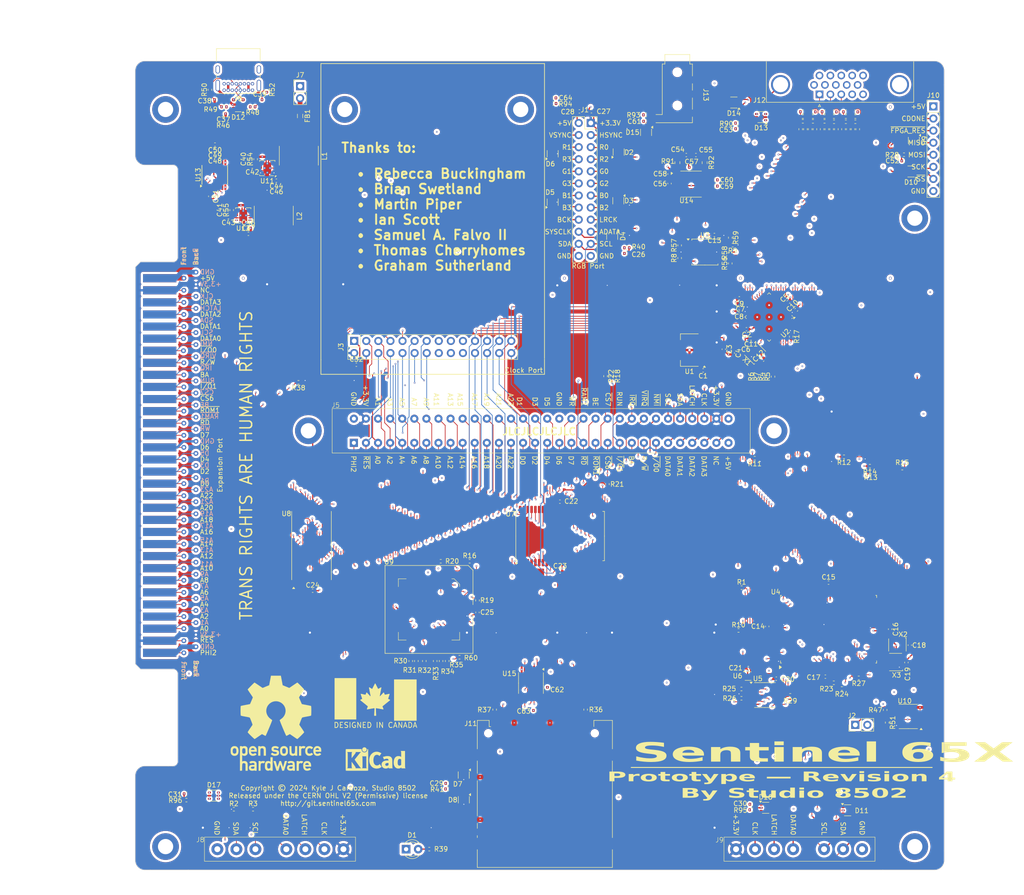
<source format=kicad_pcb>
(kicad_pcb
	(version 20240108)
	(generator "pcbnew")
	(generator_version "8.0")
	(general
		(thickness 1.6)
		(legacy_teardrops no)
	)
	(paper "A3")
	(layers
		(0 "F.Cu" signal)
		(1 "In1.Cu" signal)
		(2 "In2.Cu" signal)
		(3 "In3.Cu" signal)
		(4 "In4.Cu" signal)
		(31 "B.Cu" signal)
		(32 "B.Adhes" user "B.Adhesive")
		(33 "F.Adhes" user "F.Adhesive")
		(34 "B.Paste" user)
		(35 "F.Paste" user)
		(36 "B.SilkS" user "B.Silkscreen")
		(37 "F.SilkS" user "F.Silkscreen")
		(38 "B.Mask" user)
		(39 "F.Mask" user)
		(40 "Dwgs.User" user "User.Drawings")
		(41 "Cmts.User" user "User.Comments")
		(42 "Eco1.User" user "User.Eco1")
		(43 "Eco2.User" user "User.Eco2")
		(44 "Edge.Cuts" user)
		(45 "Margin" user)
		(46 "B.CrtYd" user "B.Courtyard")
		(47 "F.CrtYd" user "F.Courtyard")
		(48 "B.Fab" user)
		(49 "F.Fab" user)
		(50 "User.1" user)
		(51 "User.2" user)
		(52 "User.3" user)
		(53 "User.4" user)
		(54 "User.5" user)
		(55 "User.6" user)
		(56 "User.7" user)
		(57 "User.8" user)
		(58 "User.9" user)
	)
	(setup
		(stackup
			(layer "F.SilkS"
				(type "Top Silk Screen")
				(color "White")
			)
			(layer "F.Paste"
				(type "Top Solder Paste")
			)
			(layer "F.Mask"
				(type "Top Solder Mask")
				(color "Red")
				(thickness 0.01)
			)
			(layer "F.Cu"
				(type "copper")
				(thickness 0.035)
			)
			(layer "dielectric 1"
				(type "prepreg")
				(thickness 0.1)
				(material "FR4")
				(epsilon_r 4.5)
				(loss_tangent 0.02)
			)
			(layer "In1.Cu"
				(type "copper")
				(thickness 0.035)
			)
			(layer "dielectric 2"
				(type "core")
				(thickness 0.535)
				(material "FR4")
				(epsilon_r 4.5)
				(loss_tangent 0.02)
			)
			(layer "In2.Cu"
				(type "copper")
				(thickness 0.035)
			)
			(layer "dielectric 3"
				(type "prepreg")
				(thickness 0.1)
				(material "FR4")
				(epsilon_r 4.5)
				(loss_tangent 0.02)
			)
			(layer "In3.Cu"
				(type "copper")
				(thickness 0.035)
			)
			(layer "dielectric 4"
				(type "core")
				(thickness 0.535)
				(material "FR4")
				(epsilon_r 4.5)
				(loss_tangent 0.02)
			)
			(layer "In4.Cu"
				(type "copper")
				(thickness 0.035)
			)
			(layer "dielectric 5"
				(type "prepreg")
				(thickness 0.1)
				(material "FR4")
				(epsilon_r 4.5)
				(loss_tangent 0.02)
			)
			(layer "B.Cu"
				(type "copper")
				(thickness 0.035)
			)
			(layer "B.Mask"
				(type "Bottom Solder Mask")
				(color "Red")
				(thickness 0.01)
			)
			(layer "B.Paste"
				(type "Bottom Solder Paste")
			)
			(layer "B.SilkS"
				(type "Bottom Silk Screen")
				(color "White")
			)
			(copper_finish "ENIG")
			(dielectric_constraints no)
			(edge_connector bevelled)
		)
		(pad_to_mask_clearance 0)
		(solder_mask_min_width 0.1016)
		(allow_soldermask_bridges_in_footprints no)
		(grid_origin 120.8025 60.105)
		(pcbplotparams
			(layerselection 0x00010fc_ffffffff)
			(plot_on_all_layers_selection 0x0000000_00000000)
			(disableapertmacros no)
			(usegerberextensions no)
			(usegerberattributes yes)
			(usegerberadvancedattributes yes)
			(creategerberjobfile yes)
			(dashed_line_dash_ratio 12.000000)
			(dashed_line_gap_ratio 3.000000)
			(svgprecision 4)
			(plotframeref no)
			(viasonmask no)
			(mode 1)
			(useauxorigin no)
			(hpglpennumber 1)
			(hpglpenspeed 20)
			(hpglpendiameter 15.000000)
			(pdf_front_fp_property_popups yes)
			(pdf_back_fp_property_popups yes)
			(dxfpolygonmode yes)
			(dxfimperialunits yes)
			(dxfusepcbnewfont yes)
			(psnegative no)
			(psa4output no)
			(plotreference yes)
			(plotvalue yes)
			(plotfptext yes)
			(plotinvisibletext no)
			(sketchpadsonfab no)
			(subtractmaskfromsilk no)
			(outputformat 1)
			(mirror no)
			(drillshape 0)
			(scaleselection 1)
			(outputdirectory "Gerbers/")
		)
	)
	(net 0 "")
	(net 1 "+3.3V")
	(net 2 "GND")
	(net 3 "+1V2")
	(net 4 "+5V")
	(net 5 "Net-(D12-GND)")
	(net 6 "VBUS")
	(net 7 "Net-(U11-EN)")
	(net 8 "Net-(U12-EN)")
	(net 9 "Net-(D1-A)")
	(net 10 "Net-(J7-Pin_2)")
	(net 11 "/AV Port/RGB_R_{1}")
	(net 12 "/AV Port/RGB_R_{2}")
	(net 13 "/AV Port/SCL")
	(net 14 "/AV Port/RGB_R_{0}")
	(net 15 "/AV Port/RGB_B_{0}")
	(net 16 "/AV Port/VSYNC")
	(net 17 "/AV Port/SDA")
	(net 18 "/AV Port/RGB_G_{1}")
	(net 19 "/AV Port/RGB_R_{3}")
	(net 20 "/AV Port/HSYNC")
	(net 21 "/AV Port/RGB_G_{3}")
	(net 22 "/AV Port/RGB_B_{2}")
	(net 23 "/AV Port/ADATA")
	(net 24 "/AV Port/RGB_G_{2}")
	(net 25 "/AV Port/RGB_B_{3}")
	(net 26 "/AV Port/BCK")
	(net 27 "/AV Port/RGB_B_{1}")
	(net 28 "/AV Port/LRCK")
	(net 29 "SYSCLK")
	(net 30 "/AV Port/SNES_LATCH")
	(net 31 "/AV Port/SNES_DATA_{2}")
	(net 32 "/AV Port/~{SD_WP}")
	(net 33 "/Cartridge Port/CDONE")
	(net 34 "/AV Port/LED_{0}")
	(net 35 "/Cartridge Port/~{RES_BTN}")
	(net 36 "/AV Port/SNES_DATA_{1}")
	(net 37 "/AV Port/SNES_CLK")
	(net 38 "/AV Port/MOSI")
	(net 39 "/AV Port/LED_{1}")
	(net 40 "/AV Port/~{SPI_SS}")
	(net 41 "/AV Port/SNES_DATA_{0}")
	(net 42 "/AV Port/SNES_DATA_{3}")
	(net 43 "/AV Port/SCK")
	(net 44 "/AV Port/MISO")
	(net 45 "/AV Port/~{SD_CD}")
	(net 46 "/Cartridge Port/A_{0}")
	(net 47 "/Cartridge Port/D_{1}")
	(net 48 "/Cartridge Port/A_{5}")
	(net 49 "/AV Port/RXD")
	(net 50 "/Cartridge Port/D_{7}")
	(net 51 "/Cartridge Port/D_{6}")
	(net 52 "/Cartridge Port/A_{1}")
	(net 53 "/Cartridge Port/~{RES}")
	(net 54 "/Cartridge Port/A_{2}")
	(net 55 "/Cartridge Port/A_{4}")
	(net 56 "/AV Port/TXD")
	(net 57 "/Cartridge Port/~{RD}")
	(net 58 "/Cartridge Port/D_{0}")
	(net 59 "/Cartridge Port/~{WR}")
	(net 60 "/AV Port/~{RTS}")
	(net 61 "/Cartridge Port/~{IRQ}")
	(net 62 "/Cartridge Port/D_{5}")
	(net 63 "/Cartridge Port/PHI2")
	(net 64 "/Cartridge Port/D_{3}")
	(net 65 "/Cartridge Port/A_{3}")
	(net 66 "/Cartridge Port/D_{2}")
	(net 67 "/Cartridge Port/~{CS}_{1}")
	(net 68 "/AV Port/~{CTS}")
	(net 69 "/Cartridge Port/D_{4}")
	(net 70 "/Cartridge Port/BE")
	(net 71 "/Cartridge Port/~{CS}_{0}")
	(net 72 "/Cartridge Port/~{ROM}_{1}")
	(net 73 "/Cartridge Port/A_{19}")
	(net 74 "/Cartridge Port/A_{16}")
	(net 75 "/Cartridge Port/A_{21}")
	(net 76 "/Cartridge Port/A_{20}")
	(net 77 "/Cartridge Port/R{slash}~{W}")
	(net 78 "/Cartridge Port/A_{17}")
	(net 79 "/Cartridge Port/A_{23}")
	(net 80 "/Cartridge Port/A_{12}")
	(net 81 "/Cartridge Port/A_{9}")
	(net 82 "/Cartridge Port/A_{14}")
	(net 83 "/Cartridge Port/A_{22}")
	(net 84 "/Cartridge Port/A_{6}")
	(net 85 "/Cartridge Port/A_{10}")
	(net 86 "/Cartridge Port/A_{8}")
	(net 87 "/Cartridge Port/A_{11}")
	(net 88 "/Cartridge Port/A_{15}")
	(net 89 "/Cartridge Port/~{CS}_{7}")
	(net 90 "/Cartridge Port/~{CS}_{6}")
	(net 91 "/Cartridge Port/A_{18}")
	(net 92 "/Cartridge Port/~{VIRQ}")
	(net 93 "/Cartridge Port/~{NMI}")
	(net 94 "/Cartridge Port/RUN")
	(net 95 "/Cartridge Port/BA")
	(net 96 "/Cartridge Port/~{RAM}_{1}")
	(net 97 "/AV Port/~{CART}")
	(net 98 "/Cartridge Port/A_{13}")
	(net 99 "/Cartridge Port/A_{7}")
	(net 100 "Net-(J7-Pin_1)")
	(net 101 "Net-(J6-CC2)")
	(net 102 "Net-(J6-CC1)")
	(net 103 "/AV Port/~{FPGA_SS}")
	(net 104 "/Cartridge Port/~{FPGA_RES}")
	(net 105 "Net-(U11-L2)")
	(net 106 "Net-(U11-L1)")
	(net 107 "Net-(U12-L2)")
	(net 108 "Net-(U12-L1)")
	(net 109 "Net-(U2A-IOT_45a_G1)")
	(net 110 "Net-(D12-I{slash}O2)")
	(net 111 "/Cartridge Port/~{CS}_{4}")
	(net 112 "/Cartridge Port/~{CS}_{5}")
	(net 113 "/W65C265S CPU/CPU_MOSI")
	(net 114 "/W65C265S CPU/CPU_MISO")
	(net 115 "/W65C265S CPU/~{CPU_SS}")
	(net 116 "/W65C265S CPU/CPU_SCK")
	(net 117 "/Cartridge Port/~{RAM}_{0}")
	(net 118 "/Cartridge Port/~{ROM}_{0}")
	(net 119 "/AV Port/~{FLASH_SS}")
	(net 120 "unconnected-(U4D-P62-Pad20)")
	(net 121 "unconnected-(U4A-NC-Pad51)")
	(net 122 "unconnected-(U4A-NC-Pad76)")
	(net 123 "unconnected-(U4A-NC-Pad28)")
	(net 124 "unconnected-(U4A-NC-Pad27)")
	(net 125 "unconnected-(U4A-NC-Pad30)")
	(net 126 "unconnected-(U4C-TG1-Pad95)")
	(net 127 "unconnected-(U4A-NC-Pad54)")
	(net 128 "unconnected-(U4A-NC-Pad79)")
	(net 129 "unconnected-(U4C-TG0-Pad94)")
	(net 130 "unconnected-(U4A-NC-Pad4)")
	(net 131 "/W65C265S CPU/FCLK")
	(net 132 "unconnected-(U4A-NC-Pad3)")
	(net 133 "/W65C265S CPU/CLK")
	(net 134 "unconnected-(U4A-NC-Pad29)")
	(net 135 "unconnected-(U4C-~{FCLKO}-Pad33)")
	(net 136 "unconnected-(U4C-~{CLKO}-Pad37)")
	(net 137 "unconnected-(U4A-NC-Pad2)")
	(net 138 "unconnected-(U4A-NC-Pad77)")
	(net 139 "unconnected-(U4A-NC-Pad52)")
	(net 140 "unconnected-(U4A-NC-Pad78)")
	(net 141 "unconnected-(U4A-NC-Pad53)")
	(net 142 "unconnected-(U4A-NC-Pad1)")
	(net 143 "/W65C265S CPU/FPGA_WRITE")
	(net 144 "unconnected-(U6-NC-Pad1)")
	(net 145 "unconnected-(U7-NC-Pad2)")
	(net 146 "unconnected-(U7-NC-Pad22)")
	(net 147 "unconnected-(U7-NC-Pad24)")
	(net 148 "unconnected-(U7-NC-Pad43)")
	(net 149 "unconnected-(U7-NC-Pad23)")
	(net 150 "unconnected-(U7-NC-Pad44)")
	(net 151 "unconnected-(U7-NC-Pad1)")
	(net 152 "unconnected-(U7-NC-Pad21)")
	(net 153 "unconnected-(U9-I{slash}O-Pad18)")
	(net 154 "unconnected-(U13-3V3OUT-Pad10)")
	(net 155 "unconnected-(U13-CBUS0-Pad15)")
	(net 156 "unconnected-(U13-CBUS3-Pad16)")
	(net 157 "unconnected-(U13-CBUS2-Pad7)")
	(net 158 "unconnected-(U13-CBUS1-Pad14)")
	(net 159 "/Power Supply/D+")
	(net 160 "/Power Supply/D-")
	(net 161 "Net-(U3-~{WP})")
	(net 162 "Net-(U3-~{HOLD})")
	(net 163 "Net-(U2A-IOT_48b)")
	(net 164 "Net-(D12-I{slash}O1)")
	(net 165 "Net-(J11-DAT2)")
	(net 166 "Net-(J11-DAT1)")
	(net 167 "unconnected-(J12-Pad4)")
	(net 168 "unconnected-(J12-Pad11)")
	(net 169 "unconnected-(J12-Pad15)")
	(net 170 "unconnected-(J12-Pad12)")
	(net 171 "unconnected-(J12-Pad9)")
	(net 172 "Net-(R53-Pad2)")
	(net 173 "Net-(R53-Pad1)")
	(net 174 "Net-(R63-Pad2)")
	(net 175 "Net-(R70-Pad1)")
	(net 176 "Net-(R71-Pad2)")
	(net 177 "Net-(R73-Pad2)")
	(net 178 "Net-(R80-Pad1)")
	(net 179 "Net-(R82-Pad2)")
	(net 180 "Net-(R84-Pad2)")
	(net 181 "Net-(U14-CPCB)")
	(net 182 "Net-(U14-CPCA)")
	(net 183 "Net-(U14-VMID)")
	(net 184 "Net-(U14-CPVOUTN)")
	(net 185 "Net-(U14-LINEVOUTL)")
	(net 186 "Net-(U14-LINEVOUTR)")
	(net 187 "Net-(D15-I{slash}O2)")
	(net 188 "Net-(D15-I{slash}O1)")
	(net 189 "Net-(D15-GND)")
	(net 190 "unconnected-(D15-I{slash}O4-Pad6)")
	(net 191 "unconnected-(D15-I{slash}O3-Pad4)")
	(net 192 "Net-(D13-GND)")
	(net 193 "Net-(D13-I{slash}O1)")
	(net 194 "Net-(D13-I{slash}O3)")
	(net 195 "Net-(D13-I{slash}O2)")
	(net 196 "unconnected-(D13-I{slash}O4-Pad6)")
	(net 197 "unconnected-(D14-I{slash}O4-Pad6)")
	(net 198 "unconnected-(D14-I{slash}O3-Pad4)")
	(net 199 "Net-(D2-GND)")
	(net 200 "Net-(D5-GND)")
	(net 201 "/AV Port/RGB_G_{0}")
	(net 202 "Net-(D7-GND)")
	(net 203 "Net-(D7-I{slash}O4)")
	(net 204 "unconnected-(D8-I{slash}O3-Pad4)")
	(net 205 "unconnected-(D8-I{slash}O2-Pad3)")
	(net 206 "Net-(D7-I{slash}O3)")
	(net 207 "Net-(D7-I{slash}O2)")
	(net 208 "Net-(D7-I{slash}O1)")
	(net 209 "Net-(D10-GND)")
	(net 210 "unconnected-(D10-I{slash}O4-Pad6)")
	(net 211 "unconnected-(D10-I{slash}O3-Pad4)")
	(net 212 "Net-(D11-GND)")
	(net 213 "unconnected-(D16-I{slash}O1-Pad1)")
	(net 214 "unconnected-(D11-I{slash}O1-Pad1)")
	(net 215 "Net-(D17-GND)")
	(footprint "Resistor_SMD:R_0402_1005Metric" (layer "F.Cu") (at 228.862751 91.342246 90))
	(footprint "Resistor_SMD:R_0402_1005Metric" (layer "F.Cu") (at 139.188871 207.19415))
	(footprint "Package_TO_SOT_SMD:SOT-363_SC-70-6" (layer "F.Cu") (at 183.477655 200.009064 -90))
	(footprint "Capacitor_SMD:C_0402_1005Metric" (layer "F.Cu") (at 246.269804 112.75924 45))
	(footprint "Resistor_SMD:R_0402_1005Metric" (layer "F.Cu") (at 175.189674 176.042359 90))
	(footprint "Package_TO_SOT_SMD:SOT-363_SC-70-6" (layer "F.Cu") (at 214.680158 86.74969 -90))
	(footprint "Package_TO_SOT_SMD:SOT-363_SC-70-6" (layer "F.Cu") (at 246.94064 206.893542))
	(footprint "Resistor_SMD:R_0402_1005Metric" (layer "F.Cu") (at 186.37482 163.301714 90))
	(footprint "Inductor_SMD:L_0805_2012Metric" (layer "F.Cu") (at 149.080057 61.47655 -90))
	(footprint "Resistor_SMD:R_0402_1005Metric" (layer "F.Cu") (at 276.016807 69.618509))
	(footprint "Resistor_SMD:R_0402_1005Metric" (layer "F.Cu") (at 261.263363 180.614839))
	(footprint "Capacitor_SMD:C_0402_1005Metric" (layer "F.Cu") (at 217.727967 90.368983))
	(footprint "Resistor_SMD:R_0402_1005Metric" (layer "F.Cu") (at 272.058514 186.320109 -90))
	(footprint "Capacitor_SMD:C_0402_1005Metric" (layer "F.Cu") (at 133.345 81.233137 90))
	(footprint "Resistor_SMD:R_0402_1005Metric" (layer "F.Cu") (at 254.750631 61.605 180))
	(footprint "Sentinel 65X - Prototype 4 V2:SNES Controller Port" (layer "F.Cu") (at 142.9525 215.59 180))
	(footprint "Package_LCC:PLCC-28_SMD-Socket" (layer "F.Cu") (at 176.1775 165.1975 -90))
	(footprint "Resistor_SMD:R_0402_1005Metric" (layer "F.Cu") (at 262.948089 181.824685 180))
	(footprint "Resistor_SMD:R_0402_1005Metric" (layer "F.Cu") (at 256.874369 62.605))
	(footprint "Capacitor_SMD:C_0402_1005Metric" (layer "F.Cu") (at 241.404504 99.807613 180))
	(footprint "Capacitor_SMD:C_0402_1005Metric" (layer "F.Cu") (at 203.687661 142.548138 180))
	(footprint "Resistor_SMD:R_0402_1005Metric" (layer "F.Cu") (at 246.20504 116.26345 90))
	(footprint "Resistor_SMD:R_0402_1005Metric" (layer "F.Cu") (at 265.3025 64.2575 -90))
	(footprint "Package_QFP:PQFP-100_14x20mm_P0.65mm" (layer "F.Cu") (at 260.16845 169.35 90))
	(footprint "Package_TO_SOT_SMD:SOT-363_SC-70-6" (layer "F.Cu") (at 130.965458 204.337557))
	(footprint "Package_DFN_QFN:QFN-48-1EP_7x7mm_P0.5mm_EP5.6x5.6mm" (layer "F.Cu") (at 247.665 103.74 -135))
	(footprint "Resistor_SMD:R_0402_1005Metric" (layer "F.Cu") (at 256.874369 60.595 180))
	(footprint "Capacitor_SMD:C_0402_1005Metric" (layer "F.Cu") (at 134.022187 82.730935 180))
	(footprint "Resistor_SMD:R_0402_1005Metric"
		(layer "F.Cu")
		(uuid "1fd90968-4b11-4e5a-b41b-1cc1de21c372")
		(at 135.161688 207.19415)
		(descr "Resistor SMD 0402 (1005 Metric), square (rectangular) end terminal, IPC_7351 nominal, (Body size source: IPC-SM-782 page 72, https://www.pcb-3d.com/wordpress/wp-content/uploads/ipc-sm-782a_amendment_1_and_2.pdf), generated with kicad-footprint-generator")
		(tags "resistor")
		(property "Reference" "R2"
			(at 0 -1.17 0)
			(layer "F.SilkS")
			(uuid "a9cbeb9a-2663-4e6d-b334-07ee6f1d9500")
			(effects
				(font
					(size 1 1)
					(thickness 0.15)
				)
			)
		)
		(property "Value" "10KΩ"
			(at 0 1.17 0)
			(layer "F.Fab")
			(uuid "ace0b7de-b54c-4c14-98ee-6a67c624379c")
			(effects
				(font
					(size 1 1)
					(thickness 0.15)
				)
			)
		)
		(property "Footprint" "Resistor_SMD:R_0402_1005Metric"
			(at 0 0 0)
			(unlocked yes)
			(layer "F.Fab")
			(hide yes)
			(uuid "0bf8c01e-b7ec-49b2-a00f-1eb6e870cde0")
			(effects
				(font
					(size 1.27 1.27)
				)
			)
		)
		(property "Datasheet" ""
			(at 0 0 0)
			(unlocked yes)
			(layer "F.Fab")
			(hide yes)
			(uuid "36dc0894-f88b-49dc-a2e4-c749e6fc3676")
			(effects
				(font
					(size 1.27 1.27)
				)
			)
		)
		(property "Description" "Resistor"
			(at 0 0 0)
			(unlocked yes)
			(layer "F.Fab")
			(hide yes)
			(uuid "57c80d05-97f3-4f44-aa90-1efe7dc8dd6b")
			(effects
				(font
					(size 1.27 1.27)
				)
			)
		)
		(property ki_fp_filters "R_*")
		(path "/c734b520-9164-4d52-bd29-12f10f7f8664/8702068d-b606-411c-b10a-61bb7a80e25d")
		(sheetname "W65C265S CPU")
		(sheetfile "W65C265S CPU.kicad_sch")
		(attr smd)
		(fp_line
			(start -0.153641 -0.38)
			(end 0.153641 -0.38)
			(stroke
				(width 0.12)
				(type solid)
			)
			(layer "F.SilkS")
			(uuid "3dd66ebb-ecb9-4630-9cd0-8fcd3887e0e8")
		)
		(fp_line
			(start -0.153641 0.38)
			(end 0.153641 0.38)
			(stroke
				(width 0.12)
				(type solid)
			)
			(layer "F.SilkS")
			(uuid "09ec2d59-f9b7-4128-a2b8-5f86a3388f25")
		)
		(fp_line
			(start -0.93 -0.47)
			(end 0.93 -0.47)
			(stroke
				(width 0.05)
				(type solid)
			)
			(layer "F.CrtYd")
			(uuid "8352e9b6-b726-4152-8ae0-95d432e8325a")
		)
		(fp_line
			(start -0.93 0.47)
			(end -0.93 -0.47)
			(stroke
				(width 0.05)
				(type solid)
			)
			(layer "F.CrtYd")
			(uuid "e4ccd2ff-be64-4fe8-9eb9-c1c4332f2f18")
		)
		(fp_line
			(start 0.93 -0.47)
			(end 0.93 0.47)
			(stroke
				(width 0.05)
				(type solid)
			)
			(layer "F.CrtYd")
			(uuid "28c557c5-82be-4c7b-ab63-120a2e4187b7")
		)
		(fp_lin
... [6517281 chars truncated]
</source>
